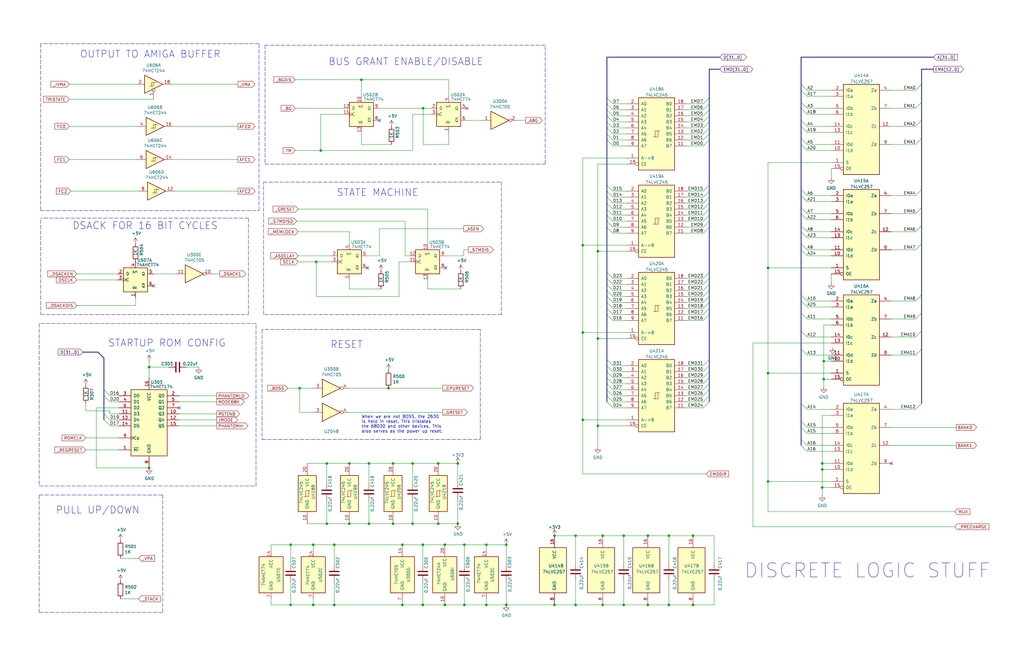
<source format=kicad_sch>
(kicad_sch (version 20211123) (generator eeschema)
  (paper "B")
  (title_block (title "Amiga N2630") (date "2022-03-25") (rev "1.0") (company "Drawn By: Jason Neus"))
  (junction (at 245.745 103.505))
  (junction (at 173.99 220.98))
  (junction (at 178.308 229.87))
  (junction (at 254.127 226.06))
  (junction (at 205.105 255.27))
  (junction (at 205.105 229.87))
  (junction (at 195.834 229.87))
  (junction (at 347.345 152.4))
  (junction (at 147.32 195.58))
  (junction (at 213.487 255.27))
  (junction (at 147.32 220.98))
  (junction (at 292.227 255.27))
  (junction (at 347.345 160.02))
  (junction (at 282.067 255.27))
  (junction (at 323.85 157.48))
  (junction (at 187.579 229.87))
  (junction (at 346.71 198.12))
  (junction (at 137.795 220.98))
  (junction (at 242.697 255.27))
  (junction (at 195.834 255.27))
  (junction (at 122.555 229.87))
  (junction (at 137.795 195.58))
  (junction (at 323.85 203.2))
  (junction (at 292.227 226.06))
  (junction (at 152.4 33.655))
  (junction (at 126.365 163.83))
  (junction (at 133.35 110.49))
  (junction (at 252.095 179.705))
  (junction (at 184.785 220.98))
  (junction (at 323.85 113.03))
  (junction (at 233.807 226.06))
  (junction (at 62.865 154.94))
  (junction (at 62.865 197.485))
  (junction (at 155.575 195.58))
  (junction (at 213.487 229.87))
  (junction (at 252.095 142.875))
  (junction (at 233.807 255.27))
  (junction (at 169.672 229.87))
  (junction (at 193.04 220.98))
  (junction (at 132.08 229.87))
  (junction (at 254.127 255.27))
  (junction (at 169.672 255.27))
  (junction (at 155.575 220.98))
  (junction (at 263.017 255.27))
  (junction (at 184.785 195.58))
  (junction (at 132.08 255.27))
  (junction (at 263.017 226.06))
  (junction (at 346.71 195.58))
  (junction (at 282.067 226.06))
  (junction (at 193.04 195.58))
  (junction (at 178.308 255.27))
  (junction (at 346.71 205.74))
  (junction (at 245.745 177.165))
  (junction (at 140.97 255.27))
  (junction (at 140.97 229.87))
  (junction (at 187.579 255.27))
  (junction (at 245.745 140.335))
  (junction (at 242.697 226.06))
  (junction (at 273.177 255.27))
  (junction (at 252.095 106.045))
  (junction (at 165.735 220.98))
  (junction (at 165.735 195.58))
  (junction (at 273.177 226.06))
  (junction (at 178.435 45.72))
  (junction (at 122.555 255.27))
  (junction (at 135.255 63.5))
  (junction (at 163.83 163.83))
  (junction (at 173.99 195.58))
  (no_connect (at 64.77 120.65))
  (no_connect (at 160.02 50.8))
  (no_connect (at 196.85 45.72))
  (no_connect (at 75.565 172.085))
  (no_connect (at 154.94 113.03))
  (no_connect (at 187.96 113.03))
  (no_connect (at 375.92 195.58))
  (bus_entry (at 258.445 130.175) (size -2.54 -2.54))
  (bus_entry (at 386.08 105.41) (size 2.54 -2.54))
  (bus_entry (at 258.445 154.305) (size -2.54 -2.54))
  (bus_entry (at 296.545 135.255) (size 2.54 -2.54))
  (bus_entry (at 296.545 156.845) (size 2.54 -2.54))
  (bus_entry (at 340.36 63.5) (size -2.54 -2.54))
  (bus_entry (at 386.08 53.34) (size 2.54 -2.54))
  (bus_entry (at 258.445 127.635) (size -2.54 -2.54))
  (bus_entry (at 296.545 154.305) (size 2.54 -2.54))
  (bus_entry (at 340.36 134.62) (size -2.54 -2.54))
  (bus_entry (at 386.08 38.1) (size 2.54 -2.54))
  (bus_entry (at 296.545 61.595) (size 2.54 -2.54))
  (bus_entry (at 258.445 132.715) (size -2.54 -2.54))
  (bus_entry (at 340.36 92.71) (size -2.54 -2.54))
  (bus_entry (at 258.445 43.815) (size -2.54 -2.54))
  (bus_entry (at 258.445 120.015) (size -2.54 -2.54))
  (bus_entry (at 296.545 85.725) (size 2.54 -2.54))
  (bus_entry (at 340.36 38.1) (size -2.54 -2.54))
  (bus_entry (at 296.545 93.345) (size 2.54 -2.54))
  (bus_entry (at 386.08 97.79) (size 2.54 -2.54))
  (bus_entry (at 296.545 53.975) (size 2.54 -2.54))
  (bus_entry (at 340.36 107.95) (size -2.54 -2.54))
  (bus_entry (at 46.355 177.165) (size -2.54 -2.54))
  (bus_entry (at 296.545 159.385) (size 2.54 -2.54))
  (bus_entry (at 258.445 93.345) (size -2.54 -2.54))
  (bus_entry (at 340.36 90.17) (size -2.54 -2.54))
  (bus_entry (at 386.08 127) (size 2.54 -2.54))
  (bus_entry (at 296.545 88.265) (size 2.54 -2.54))
  (bus_entry (at 340.36 100.33) (size -2.54 -2.54))
  (bus_entry (at 340.36 187.96) (size -2.54 -2.54))
  (bus_entry (at 340.36 48.26) (size -2.54 -2.54))
  (bus_entry (at 296.545 51.435) (size 2.54 -2.54))
  (bus_entry (at 340.36 53.34) (size -2.54 -2.54))
  (bus_entry (at 296.545 117.475) (size 2.54 -2.54))
  (bus_entry (at 258.445 61.595) (size -2.54 -2.54))
  (bus_entry (at 258.445 159.385) (size -2.54 -2.54))
  (bus_entry (at 340.36 85.09) (size -2.54 -2.54))
  (bus_entry (at 296.545 56.515) (size 2.54 -2.54))
  (bus_entry (at 340.36 149.86) (size -2.54 -2.54))
  (bus_entry (at 258.445 90.805) (size -2.54 -2.54))
  (bus_entry (at 296.545 122.555) (size 2.54 -2.54))
  (bus_entry (at 46.355 169.545) (size -2.54 -2.54))
  (bus_entry (at 386.08 82.55) (size 2.54 -2.54))
  (bus_entry (at 340.36 45.72) (size -2.54 -2.54))
  (bus_entry (at 340.36 97.79) (size -2.54 -2.54))
  (bus_entry (at 296.545 132.715) (size 2.54 -2.54))
  (bus_entry (at 296.545 43.815) (size 2.54 -2.54))
  (bus_entry (at 340.36 60.96) (size -2.54 -2.54))
  (bus_entry (at 258.445 80.645) (size -2.54 -2.54))
  (bus_entry (at 258.445 156.845) (size -2.54 -2.54))
  (bus_entry (at 340.36 190.5) (size -2.54 -2.54))
  (bus_entry (at 258.445 98.425) (size -2.54 -2.54))
  (bus_entry (at 296.545 59.055) (size 2.54 -2.54))
  (bus_entry (at 340.36 182.88) (size -2.54 -2.54))
  (bus_entry (at 258.445 85.725) (size -2.54 -2.54))
  (bus_entry (at 340.36 127) (size -2.54 -2.54))
  (bus_entry (at 296.545 95.885) (size 2.54 -2.54))
  (bus_entry (at 340.36 180.34) (size -2.54 -2.54))
  (bus_entry (at 296.545 161.925) (size 2.54 -2.54))
  (bus_entry (at 258.445 122.555) (size -2.54 -2.54))
  (bus_entry (at 296.545 127.635) (size 2.54 -2.54))
  (bus_entry (at 386.08 172.72) (size 2.54 -2.54))
  (bus_entry (at 258.445 51.435) (size -2.54 -2.54))
  (bus_entry (at 296.545 98.425) (size 2.54 -2.54))
  (bus_entry (at 258.445 135.255) (size -2.54 -2.54))
  (bus_entry (at 258.445 117.475) (size -2.54 -2.54))
  (bus_entry (at 258.445 53.975) (size -2.54 -2.54))
  (bus_entry (at 386.08 45.72) (size 2.54 -2.54))
  (bus_entry (at 386.08 60.96) (size 2.54 -2.54))
  (bus_entry (at 386.08 90.17) (size 2.54 -2.54))
  (bus_entry (at 386.08 134.62) (size 2.54 -2.54))
  (bus_entry (at 340.36 55.88) (size -2.54 -2.54))
  (bus_entry (at 258.445 125.095) (size -2.54 -2.54))
  (bus_entry (at 296.545 48.895) (size 2.54 -2.54))
  (bus_entry (at 258.445 59.055) (size -2.54 -2.54))
  (bus_entry (at 296.545 164.465) (size 2.54 -2.54))
  (bus_entry (at 296.545 172.085) (size 2.54 -2.54))
  (bus_entry (at 296.545 169.545) (size 2.54 -2.54))
  (bus_entry (at 296.545 167.005) (size 2.54 -2.54))
  (bus_entry (at 340.36 142.24) (size -2.54 -2.54))
  (bus_entry (at 296.545 80.645) (size 2.54 -2.54))
  (bus_entry (at 46.355 179.705) (size -2.54 -2.54))
  (bus_entry (at 340.36 129.54) (size -2.54 -2.54))
  (bus_entry (at 258.445 83.185) (size -2.54 -2.54))
  (bus_entry (at 340.36 82.55) (size -2.54 -2.54))
  (bus_entry (at 258.445 46.355) (size -2.54 -2.54))
  (bus_entry (at 258.445 172.085) (size -2.54 -2.54))
  (bus_entry (at 258.445 56.515) (size -2.54 -2.54))
  (bus_entry (at 258.445 169.545) (size -2.54 -2.54))
  (bus_entry (at 296.545 130.175) (size 2.54 -2.54))
  (bus_entry (at 386.08 149.86) (size 2.54 -2.54))
  (bus_entry (at 340.36 172.72) (size -2.54 -2.54))
  (bus_entry (at 340.36 40.64) (size -2.54 -2.54))
  (bus_entry (at 386.08 142.24) (size 2.54 -2.54))
  (bus_entry (at 340.36 105.41) (size -2.54 -2.54))
  (bus_entry (at 258.445 164.465) (size -2.54 -2.54))
  (bus_entry (at 296.545 46.355) (size 2.54 -2.54))
  (bus_entry (at 258.445 88.265) (size -2.54 -2.54))
  (bus_entry (at 296.545 125.095) (size 2.54 -2.54))
  (bus_entry (at 258.445 95.885) (size -2.54 -2.54))
  (bus_entry (at 258.445 48.895) (size -2.54 -2.54))
  (bus_entry (at 258.445 161.925) (size -2.54 -2.54))
  (bus_entry (at 258.445 167.005) (size -2.54 -2.54))
  (bus_entry (at 296.545 90.805) (size 2.54 -2.54))
  (bus_entry (at 296.545 83.185) (size 2.54 -2.54))
  (bus_entry (at 296.545 120.015) (size 2.54 -2.54))
  (bus_entry (at 46.355 167.005) (size -2.54 -2.54))
  (wire (pts (xy 289.56 117.475) (xy 296.545 117.475)))
  (wire (pts (xy 178.308 255.27) (xy 187.579 255.27)))
  (wire (pts (xy 263.017 245.11) (xy 263.017 255.27)))
  (wire (pts (xy 122.555 245.745) (xy 122.555 255.27)))
  (wire (pts (xy 147.32 220.98) (xy 155.575 220.98)))
  (polyline (pts (xy 229.87 19.05) (xy 111.76 19.05)))
  (bus (pts (xy 43.815 167.005) (xy 43.815 174.625)))
  (wire (pts (xy 195.834 229.87) (xy 205.105 229.87)))
  (wire (pts (xy 289.56 169.545) (xy 296.545 169.545)))
  (bus (pts (xy 337.82 35.56) (xy 337.82 38.1)))
  (wire (pts (xy 140.97 229.87) (xy 169.672 229.87)))
  (bus (pts (xy 255.905 114.935) (xy 255.905 95.885)))
  (wire (pts (xy 375.92 90.17) (xy 386.08 90.17)))
  (bus (pts (xy 255.905 164.465) (xy 255.905 161.925)))
  (wire (pts (xy 346.71 195.58) (xy 346.71 198.12)))
  (wire (pts (xy 258.445 154.305) (xy 264.16 154.305)))
  (wire (pts (xy 347.345 160.02) (xy 350.52 160.02)))
  (bus (pts (xy 337.82 24.13) (xy 337.82 35.56)))
  (wire (pts (xy 213.487 238.125) (xy 213.487 229.87)))
  (wire (pts (xy 340.36 182.88) (xy 350.52 182.88)))
  (bus (pts (xy 337.82 87.63) (xy 337.82 90.17)))
  (bus (pts (xy 299.085 117.475) (xy 299.085 114.935)))
  (polyline (pts (xy 229.87 69.215) (xy 229.87 19.05)))
  (wire (pts (xy 258.445 43.815) (xy 264.16 43.815)))
  (bus (pts (xy 337.82 50.8) (xy 337.82 53.34)))
  (polyline (pts (xy 211.455 132.715) (xy 111.125 132.715)))
  (bus (pts (xy 393.7 24.13) (xy 337.82 24.13)))
  (wire (pts (xy 258.445 61.595) (xy 264.16 61.595)))
  (wire (pts (xy 205.105 229.87) (xy 205.105 232.41)))
  (wire (pts (xy 289.56 156.845) (xy 296.545 156.845)))
  (bus (pts (xy 299.085 151.765) (xy 299.085 132.715)))
  (wire (pts (xy 282.067 245.11) (xy 282.067 255.27)))
  (wire (pts (xy 189.23 60.96) (xy 189.23 55.88)))
  (wire (pts (xy 340.36 105.41) (xy 350.52 105.41)))
  (bus (pts (xy 299.085 159.385) (xy 299.085 156.845)))
  (bus (pts (xy 388.62 43.18) (xy 388.62 35.56)))
  (wire (pts (xy 129.54 220.98) (xy 137.795 220.98)))
  (bus (pts (xy 299.085 95.885) (xy 299.085 93.345)))
  (wire (pts (xy 195.834 245.745) (xy 195.834 255.27)))
  (wire (pts (xy 73.66 80.645) (xy 100.33 80.645)))
  (bus (pts (xy 299.085 46.355) (xy 299.085 43.815)))
  (bus (pts (xy 255.905 88.265) (xy 255.905 85.725)))
  (polyline (pts (xy 68.58 208.915) (xy 16.51 208.915)))
  (wire (pts (xy 252.095 106.045) (xy 264.16 106.045)))
  (bus (pts (xy 299.085 122.555) (xy 299.085 120.015)))
  (bus (pts (xy 299.085 85.725) (xy 299.085 83.185)))
  (wire (pts (xy 137.795 220.98) (xy 147.32 220.98)))
  (wire (pts (xy 126.365 163.83) (xy 126.365 173.99)))
  (wire (pts (xy 178.308 229.87) (xy 187.579 229.87)))
  (wire (pts (xy 340.36 55.88) (xy 350.52 55.88)))
  (wire (pts (xy 187.579 255.27) (xy 195.834 255.27)))
  (wire (pts (xy 252.095 106.045) (xy 252.095 142.875)))
  (wire (pts (xy 114.3 255.27) (xy 114.3 252.73)))
  (bus (pts (xy 255.905 169.545) (xy 255.905 167.005)))
  (wire (pts (xy 75.565 177.165) (xy 91.44 177.165)))
  (wire (pts (xy 289.56 85.725) (xy 296.545 85.725)))
  (polyline (pts (xy 202.565 185.42) (xy 202.565 139.065)))
  (wire (pts (xy 258.445 93.345) (xy 264.16 93.345)))
  (bus (pts (xy 255.905 95.885) (xy 255.905 93.345)))
  (bus (pts (xy 299.085 167.005) (xy 299.085 164.465)))
  (wire (pts (xy 375.92 60.96) (xy 386.08 60.96)))
  (wire (pts (xy 242.697 245.11) (xy 242.697 255.27)))
  (wire (pts (xy 340.36 63.5) (xy 350.52 63.5)))
  (wire (pts (xy 58.42 235.585) (xy 50.8 235.585)))
  (wire (pts (xy 340.36 190.5) (xy 350.52 190.5)))
  (wire (pts (xy 140.97 229.87) (xy 140.97 238.125)))
  (wire (pts (xy 242.697 255.27) (xy 254.127 255.27)))
  (wire (pts (xy 258.445 48.895) (xy 264.16 48.895)))
  (wire (pts (xy 340.36 90.17) (xy 350.52 90.17)))
  (wire (pts (xy 282.067 226.06) (xy 282.067 237.49)))
  (wire (pts (xy 147.32 102.87) (xy 147.32 97.79)))
  (wire (pts (xy 218.44 50.8) (xy 221.615 50.8)))
  (wire (pts (xy 258.445 59.055) (xy 264.16 59.055)))
  (wire (pts (xy 137.795 195.58) (xy 129.54 195.58)))
  (bus (pts (xy 255.905 156.845) (xy 255.905 154.305)))
  (bus (pts (xy 299.085 41.275) (xy 299.085 29.21)))
  (wire (pts (xy 193.04 195.58) (xy 184.785 195.58)))
  (wire (pts (xy 147.32 118.11) (xy 147.32 121.92)))
  (wire (pts (xy 289.56 56.515) (xy 296.545 56.515)))
  (wire (pts (xy 193.04 220.98) (xy 193.04 210.82)))
  (wire (pts (xy 152.4 55.88) (xy 152.4 60.96)))
  (wire (pts (xy 252.095 69.215) (xy 252.095 106.045)))
  (bus (pts (xy 255.905 93.345) (xy 255.905 90.805)))
  (wire (pts (xy 289.56 172.085) (xy 296.545 172.085)))
  (wire (pts (xy 323.85 203.2) (xy 350.52 203.2)))
  (wire (pts (xy 347.345 137.16) (xy 347.345 152.4)))
  (wire (pts (xy 258.445 169.545) (xy 264.16 169.545)))
  (wire (pts (xy 170.815 93.345) (xy 170.815 107.95)))
  (wire (pts (xy 122.555 255.27) (xy 114.3 255.27)))
  (wire (pts (xy 178.435 60.96) (xy 189.23 60.96)))
  (wire (pts (xy 289.56 125.095) (xy 296.545 125.095)))
  (wire (pts (xy 187.96 107.95) (xy 195.58 107.95)))
  (wire (pts (xy 46.355 173.355) (xy 36.195 173.355)))
  (wire (pts (xy 350.52 205.74) (xy 346.71 205.74)))
  (wire (pts (xy 323.85 68.58) (xy 323.85 113.03)))
  (wire (pts (xy 323.85 157.48) (xy 323.85 203.2)))
  (wire (pts (xy 64.77 41.91) (xy 29.21 41.91)))
  (bus (pts (xy 388.62 132.08) (xy 388.62 124.46)))
  (wire (pts (xy 340.36 100.33) (xy 350.52 100.33)))
  (wire (pts (xy 195.58 96.52) (xy 160.02 96.52)))
  (wire (pts (xy 154.94 107.95) (xy 160.02 107.95)))
  (wire (pts (xy 292.227 226.06) (xy 282.067 226.06)))
  (wire (pts (xy 147.32 173.99) (xy 186.69 173.99)))
  (wire (pts (xy 340.36 60.96) (xy 350.52 60.96)))
  (wire (pts (xy 135.255 48.26) (xy 135.255 63.5)))
  (wire (pts (xy 245.745 103.505) (xy 245.745 140.335)))
  (wire (pts (xy 340.36 45.72) (xy 350.52 45.72)))
  (wire (pts (xy 139.7 110.49) (xy 133.35 110.49)))
  (wire (pts (xy 173.99 195.58) (xy 173.99 203.835)))
  (bus (pts (xy 299.085 169.545) (xy 299.085 167.005)))
  (wire (pts (xy 62.865 152.4) (xy 62.865 154.94)))
  (wire (pts (xy 292.227 255.27) (xy 301.117 255.27)))
  (bus (pts (xy 388.62 139.7) (xy 388.62 132.08)))
  (wire (pts (xy 173.99 211.455) (xy 173.99 220.98)))
  (wire (pts (xy 132.08 252.73) (xy 132.08 255.27)))
  (wire (pts (xy 155.575 195.58) (xy 155.575 203.835)))
  (wire (pts (xy 169.672 229.87) (xy 178.308 229.87)))
  (bus (pts (xy 388.62 35.56) (xy 388.62 29.21)))
  (bus (pts (xy 255.905 130.175) (xy 255.905 127.635)))
  (wire (pts (xy 375.92 97.79) (xy 386.08 97.79)))
  (bus (pts (xy 255.905 132.715) (xy 255.905 130.175)))
  (wire (pts (xy 340.36 149.86) (xy 350.52 149.86)))
  (bus (pts (xy 337.82 170.18) (xy 337.82 177.8)))
  (bus (pts (xy 337.82 90.17) (xy 337.82 95.25)))
  (bus (pts (xy 255.905 85.725) (xy 255.905 83.185)))
  (wire (pts (xy 340.36 48.26) (xy 350.52 48.26)))
  (polyline (pts (xy 109.22 88.9) (xy 109.22 18.415)))
  (bus (pts (xy 337.82 105.41) (xy 337.82 124.46)))
  (bus (pts (xy 337.82 147.32) (xy 337.82 170.18)))
  (wire (pts (xy 375.92 172.72) (xy 386.08 172.72)))
  (wire (pts (xy 346.71 198.12) (xy 346.71 205.74)))
  (bus (pts (xy 255.905 120.015) (xy 255.905 117.475)))
  (wire (pts (xy 258.445 125.095) (xy 264.16 125.095)))
  (bus (pts (xy 337.82 45.72) (xy 337.82 50.8)))
  (wire (pts (xy 340.36 127) (xy 350.52 127)))
  (wire (pts (xy 135.255 63.5) (xy 124.46 63.5)))
  (wire (pts (xy 57.15 128.905) (xy 32.385 128.905)))
  (bus (pts (xy 43.815 151.13) (xy 43.815 164.465)))
  (wire (pts (xy 152.4 40.64) (xy 152.4 33.655)))
  (wire (pts (xy 340.36 38.1) (xy 350.52 38.1)))
  (wire (pts (xy 147.32 97.79) (xy 125.73 97.79)))
  (wire (pts (xy 289.56 98.425) (xy 296.545 98.425)))
  (bus (pts (xy 299.085 114.935) (xy 299.085 95.885)))
  (wire (pts (xy 173.99 195.58) (xy 165.735 195.58)))
  (wire (pts (xy 289.56 159.385) (xy 296.545 159.385)))
  (wire (pts (xy 173.99 220.98) (xy 184.785 220.98)))
  (wire (pts (xy 289.56 161.925) (xy 296.545 161.925)))
  (wire (pts (xy 252.095 142.875) (xy 264.16 142.875)))
  (wire (pts (xy 258.445 53.975) (xy 264.16 53.975)))
  (wire (pts (xy 242.697 226.06) (xy 242.697 237.49)))
  (bus (pts (xy 337.82 132.08) (xy 337.82 139.7)))
  (wire (pts (xy 132.08 255.27) (xy 140.97 255.27)))
  (wire (pts (xy 245.745 66.675) (xy 245.745 103.505)))
  (wire (pts (xy 178.308 245.745) (xy 178.308 255.27)))
  (wire (pts (xy 375.92 53.34) (xy 386.08 53.34)))
  (wire (pts (xy 245.745 140.335) (xy 264.16 140.335)))
  (wire (pts (xy 50.165 167.005) (xy 46.355 167.005)))
  (bus (pts (xy 337.82 124.46) (xy 337.82 127)))
  (wire (pts (xy 263.017 226.06) (xy 254.127 226.06)))
  (wire (pts (xy 50.165 174.625) (xy 46.355 174.625)))
  (bus (pts (xy 299.085 78.105) (xy 299.085 59.055)))
  (bus (pts (xy 388.62 95.25) (xy 388.62 87.63)))
  (bus (pts (xy 337.82 180.34) (xy 337.82 185.42)))
  (wire (pts (xy 289.56 164.465) (xy 296.545 164.465)))
  (wire (pts (xy 64.77 115.57) (xy 74.295 115.57)))
  (wire (pts (xy 72.39 35.56) (xy 100.33 35.56)))
  (wire (pts (xy 289.56 127.635) (xy 296.545 127.635)))
  (wire (pts (xy 178.435 45.72) (xy 178.435 60.96)))
  (wire (pts (xy 180.34 118.11) (xy 180.34 121.92)))
  (wire (pts (xy 165.735 195.58) (xy 155.575 195.58)))
  (wire (pts (xy 375.92 38.1) (xy 386.08 38.1)))
  (wire (pts (xy 350.52 144.78) (xy 317.5 144.78)))
  (wire (pts (xy 289.56 130.175) (xy 296.545 130.175)))
  (wire (pts (xy 323.85 113.03) (xy 350.52 113.03)))
  (bus (pts (xy 255.905 43.815) (xy 255.905 41.275)))
  (wire (pts (xy 169.672 255.27) (xy 178.308 255.27)))
  (bus (pts (xy 388.62 87.63) (xy 388.62 80.01)))
  (wire (pts (xy 180.34 121.92) (xy 194.31 121.92)))
  (wire (pts (xy 323.85 203.2) (xy 323.85 215.9)))
  (wire (pts (xy 196.85 50.8) (xy 203.2 50.8)))
  (wire (pts (xy 114.3 229.87) (xy 114.3 232.41)))
  (wire (pts (xy 172.72 107.95) (xy 170.815 107.95)))
  (bus (pts (xy 299.085 90.805) (xy 299.085 88.265)))
  (polyline (pts (xy 202.565 139.065) (xy 110.49 139.065)))
  (wire (pts (xy 75.565 167.005) (xy 91.44 167.005)))
  (wire (pts (xy 62.865 154.94) (xy 71.12 154.94)))
  (wire (pts (xy 258.445 164.465) (xy 264.16 164.465)))
  (polyline (pts (xy 110.49 139.065) (xy 110.49 185.42)))
  (wire (pts (xy 75.565 179.705) (xy 91.44 179.705)))
  (bus (pts (xy 255.905 90.805) (xy 255.905 88.265)))
  (wire (pts (xy 50.165 172.085) (xy 40.64 172.085)))
  (wire (pts (xy 58.42 80.645) (xy 29.845 80.645)))
  (polyline (pts (xy 17.145 132.715) (xy 104.775 132.715)))
  (wire (pts (xy 195.834 238.125) (xy 195.834 229.87)))
  (bus (pts (xy 41.275 148.59) (xy 43.815 151.13)))
  (polyline (pts (xy 111.76 69.215) (xy 229.87 69.215)))
  (wire (pts (xy 57.15 125.73) (xy 57.15 128.905)))
  (wire (pts (xy 289.56 135.255) (xy 296.545 135.255)))
  (bus (pts (xy 299.085 132.715) (xy 299.085 130.175)))
  (wire (pts (xy 50.165 179.705) (xy 46.355 179.705)))
  (wire (pts (xy 350.52 71.12) (xy 350.52 74.93)))
  (wire (pts (xy 233.807 255.27) (xy 242.697 255.27)))
  (wire (pts (xy 263.017 255.27) (xy 273.177 255.27)))
  (bus (pts (xy 299.085 43.815) (xy 299.085 41.275)))
  (wire (pts (xy 133.35 110.49) (xy 125.73 110.49)))
  (polyline (pts (xy 211.455 76.835) (xy 211.455 132.715)))
  (polyline (pts (xy 16.51 136.525) (xy 16.51 205.105)))
  (polyline (pts (xy 110.49 185.42) (xy 202.565 185.42)))
  (wire (pts (xy 264.16 69.215) (xy 252.095 69.215)))
  (wire (pts (xy 254.127 255.27) (xy 263.017 255.27)))
  (wire (pts (xy 173.99 48.26) (xy 173.99 63.5)))
  (polyline (pts (xy 107.95 205.105) (xy 107.95 136.525)))
  (wire (pts (xy 140.97 245.745) (xy 140.97 255.27)))
  (wire (pts (xy 289.56 120.015) (xy 296.545 120.015)))
  (wire (pts (xy 75.565 169.545) (xy 91.44 169.545)))
  (wire (pts (xy 258.445 90.805) (xy 264.16 90.805)))
  (wire (pts (xy 189.23 40.64) (xy 189.23 33.655)))
  (wire (pts (xy 152.4 33.655) (xy 124.46 33.655)))
  (bus (pts (xy 388.62 58.42) (xy 388.62 50.8)))
  (wire (pts (xy 258.445 88.265) (xy 264.16 88.265)))
  (wire (pts (xy 289.56 61.595) (xy 296.545 61.595)))
  (wire (pts (xy 213.487 255.27) (xy 213.487 245.745)))
  (wire (pts (xy 340.36 53.34) (xy 350.52 53.34)))
  (wire (pts (xy 62.865 154.94) (xy 62.865 159.385)))
  (bus (pts (xy 337.82 38.1) (xy 337.82 43.18)))
  (bus (pts (xy 255.905 154.305) (xy 255.905 151.765)))
  (polyline (pts (xy 17.145 88.9) (xy 109.22 88.9)))
  (wire (pts (xy 323.85 113.03) (xy 323.85 157.48)))
  (wire (pts (xy 258.445 117.475) (xy 264.16 117.475)))
  (wire (pts (xy 168.275 125.095) (xy 133.35 125.095)))
  (wire (pts (xy 346.71 198.12) (xy 350.52 198.12)))
  (wire (pts (xy 181.61 48.26) (xy 173.99 48.26)))
  (wire (pts (xy 375.92 149.86) (xy 386.08 149.86)))
  (wire (pts (xy 258.445 98.425) (xy 264.16 98.425)))
  (wire (pts (xy 213.487 255.27) (xy 233.807 255.27)))
  (wire (pts (xy 213.487 229.87) (xy 205.105 229.87)))
  (wire (pts (xy 340.36 40.64) (xy 350.52 40.64)))
  (wire (pts (xy 49.53 115.57) (xy 32.385 115.57)))
  (bus (pts (xy 255.905 122.555) (xy 255.905 120.015)))
  (polyline (pts (xy 104.775 132.715) (xy 104.775 92.075)))
  (wire (pts (xy 347.345 160.02) (xy 347.345 163.195)))
  (wire (pts (xy 132.08 229.87) (xy 132.08 232.41)))
  (wire (pts (xy 139.7 107.95) (xy 125.73 107.95)))
  (wire (pts (xy 347.345 152.4) (xy 347.345 160.02)))
  (bus (pts (xy 337.82 127) (xy 337.82 132.08)))
  (bus (pts (xy 299.085 59.055) (xy 299.085 56.515)))
  (wire (pts (xy 245.745 177.165) (xy 264.16 177.165)))
  (polyline (pts (xy 111.125 76.835) (xy 211.455 76.835)))
  (wire (pts (xy 173.99 63.5) (xy 135.255 63.5)))
  (polyline (pts (xy 16.51 258.445) (xy 68.58 258.445)))
  (wire (pts (xy 264.16 66.675) (xy 245.745 66.675)))
  (wire (pts (xy 263.017 226.06) (xy 263.017 237.49)))
  (wire (pts (xy 137.795 211.455) (xy 137.795 220.98)))
  (wire (pts (xy 75.565 174.625) (xy 91.44 174.625)))
  (wire (pts (xy 178.435 45.72) (xy 181.61 45.72)))
  (wire (pts (xy 258.445 127.635) (xy 264.16 127.635)))
  (bus (pts (xy 337.82 102.87) (xy 337.82 105.41)))
  (bus (pts (xy 299.085 120.015) (xy 299.085 117.475)))
  (bus (pts (xy 299.085 154.305) (xy 299.085 151.765)))
  (wire (pts (xy 165.735 220.98) (xy 173.99 220.98)))
  (wire (pts (xy 184.785 220.98) (xy 193.04 220.98)))
  (wire (pts (xy 163.83 163.83) (xy 186.69 163.83)))
  (wire (pts (xy 57.785 53.34) (xy 29.21 53.34)))
  (wire (pts (xy 375.92 105.41) (xy 386.08 105.41)))
  (wire (pts (xy 340.36 92.71) (xy 350.52 92.71)))
  (wire (pts (xy 50.165 184.785) (xy 36.195 184.785)))
  (bus (pts (xy 299.085 51.435) (xy 299.085 48.895)))
  (bus (pts (xy 299.085 53.975) (xy 299.085 51.435)))
  (wire (pts (xy 57.15 35.56) (xy 29.21 35.56)))
  (bus (pts (xy 299.085 130.175) (xy 299.085 127.635)))
  (polyline (pts (xy 104.775 92.075) (xy 17.145 92.075)))
  (wire (pts (xy 160.02 96.52) (xy 160.02 107.95)))
  (wire (pts (xy 289.56 90.805) (xy 296.545 90.805)))
  (wire (pts (xy 317.5 222.25) (xy 402.59 222.25)))
  (bus (pts (xy 388.62 50.8) (xy 388.62 43.18)))
  (wire (pts (xy 258.445 130.175) (xy 264.16 130.175)))
  (bus (pts (xy 337.82 82.55) (xy 337.82 87.63)))
  (bus (pts (xy 337.82 58.42) (xy 337.82 60.96)))
  (wire (pts (xy 258.445 85.725) (xy 264.16 85.725)))
  (polyline (pts (xy 16.51 205.105) (xy 107.95 205.105)))
  (bus (pts (xy 255.905 117.475) (xy 255.905 114.935)))
  (wire (pts (xy 57.785 67.31) (xy 29.21 67.31)))
  (bus (pts (xy 337.82 53.34) (xy 337.82 58.42)))
  (wire (pts (xy 132.08 229.87) (xy 122.555 229.87)))
  (bus (pts (xy 255.905 78.105) (xy 255.905 59.055)))
  (bus (pts (xy 299.085 127.635) (xy 299.085 125.095)))
  (wire (pts (xy 184.785 195.58) (xy 173.99 195.58)))
  (wire (pts (xy 258.445 46.355) (xy 264.16 46.355)))
  (wire (pts (xy 73.025 67.31) (xy 100.33 67.31)))
  (wire (pts (xy 36.195 173.355) (xy 36.195 170.18)))
  (wire (pts (xy 282.067 226.06) (xy 273.177 226.06)))
  (wire (pts (xy 340.36 82.55) (xy 350.52 82.55)))
  (wire (pts (xy 172.72 110.49) (xy 168.275 110.49)))
  (wire (pts (xy 350.52 195.58) (xy 346.71 195.58)))
  (wire (pts (xy 258.445 132.715) (xy 264.16 132.715)))
  (wire (pts (xy 273.177 255.27) (xy 282.067 255.27)))
  (wire (pts (xy 195.834 255.27) (xy 205.105 255.27)))
  (wire (pts (xy 317.5 144.78) (xy 317.5 222.25)))
  (bus (pts (xy 337.82 177.8) (xy 337.82 180.34)))
  (wire (pts (xy 258.445 159.385) (xy 264.16 159.385)))
  (wire (pts (xy 258.445 167.005) (xy 264.16 167.005)))
  (wire (pts (xy 89.535 115.57) (xy 92.71 115.57)))
  (bus (pts (xy 337.82 95.25) (xy 337.82 97.79)))
  (wire (pts (xy 147.32 163.83) (xy 163.83 163.83)))
  (bus (pts (xy 299.085 80.645) (xy 299.085 78.105)))
  (wire (pts (xy 301.117 255.27) (xy 301.117 245.11)))
  (bus (pts (xy 337.82 185.42) (xy 337.82 187.96)))
  (wire (pts (xy 258.445 161.925) (xy 264.16 161.925)))
  (wire (pts (xy 254.127 226.06) (xy 242.697 226.06)))
  (bus (pts (xy 34.925 148.59) (xy 41.275 148.59)))
  (wire (pts (xy 49.53 118.11) (xy 32.385 118.11)))
  (wire (pts (xy 289.56 88.265) (xy 296.545 88.265)))
  (bus (pts (xy 255.905 56.515) (xy 255.905 53.975)))
  (wire (pts (xy 152.4 60.96) (xy 165.1 60.96)))
  (bus (pts (xy 337.82 43.18) (xy 337.82 45.72)))
  (wire (pts (xy 140.97 229.87) (xy 132.08 229.87)))
  (wire (pts (xy 289.56 53.975) (xy 296.545 53.975)))
  (bus (pts (xy 299.085 48.895) (xy 299.085 46.355)))
  (wire (pts (xy 205.105 255.27) (xy 213.487 255.27)))
  (wire (pts (xy 144.78 45.72) (xy 124.46 45.72)))
  (bus (pts (xy 337.82 139.7) (xy 337.82 147.32)))
  (wire (pts (xy 133.35 125.095) (xy 133.35 110.49)))
  (wire (pts (xy 122.555 229.87) (xy 122.555 238.125)))
  (wire (pts (xy 340.36 107.95) (xy 350.52 107.95)))
  (bus (pts (xy 337.82 60.96) (xy 337.82 80.01)))
  (wire (pts (xy 350.52 137.16) (xy 347.345 137.16)))
  (bus (pts (xy 255.905 151.765) (xy 255.905 132.715)))
  (wire (pts (xy 168.275 110.49) (xy 168.275 125.095)))
  (polyline (pts (xy 17.145 92.71) (xy 17.145 132.715)))
  (wire (pts (xy 50.165 169.545) (xy 46.355 169.545)))
  (bus (pts (xy 299.085 156.845) (xy 299.085 154.305)))
  (wire (pts (xy 340.36 97.79) (xy 350.52 97.79)))
  (wire (pts (xy 126.365 163.83) (xy 121.285 163.83)))
  (polyline (pts (xy 107.95 136.525) (xy 16.51 136.525)))
  (wire (pts (xy 375.92 45.72) (xy 386.08 45.72)))
  (wire (pts (xy 193.04 203.2) (xy 193.04 195.58)))
  (wire (pts (xy 340.36 134.62) (xy 350.52 134.62)))
  (wire (pts (xy 147.32 195.58) (xy 137.795 195.58)))
  (wire (pts (xy 258.445 51.435) (xy 264.16 51.435)))
  (wire (pts (xy 180.34 102.87) (xy 180.34 88.265)))
  (wire (pts (xy 301.117 237.49) (xy 301.117 226.06)))
  (wire (pts (xy 258.445 120.015) (xy 264.16 120.015)))
  (wire (pts (xy 258.445 172.085) (xy 264.16 172.085)))
  (bus (pts (xy 299.085 93.345) (xy 299.085 90.805)))
  (wire (pts (xy 258.445 83.185) (xy 264.16 83.185)))
  (wire (pts (xy 350.52 175.26) (xy 346.71 175.26)))
  (polyline (pts (xy 109.22 18.415) (xy 17.145 18.415)))
  (bus (pts (xy 255.905 41.275) (xy 255.905 24.13)))
  (wire (pts (xy 58.42 252.73) (xy 50.8 252.73)))
  (wire (pts (xy 195.58 105.41) (xy 195.58 107.95)))
  (wire (pts (xy 132.08 255.27) (xy 122.555 255.27)))
  (wire (pts (xy 340.36 180.34) (xy 350.52 180.34)))
  (wire (pts (xy 178.308 238.125) (xy 178.308 229.87)))
  (wire (pts (xy 258.445 80.645) (xy 264.16 80.645)))
  (bus (pts (xy 299.085 125.095) (xy 299.085 122.555)))
  (wire (pts (xy 73.025 53.34) (xy 100.33 53.34)))
  (wire (pts (xy 323.85 157.48) (xy 350.52 157.48)))
  (wire (pts (xy 289.56 59.055) (xy 296.545 59.055)))
  (wire (pts (xy 375.92 187.96) (xy 403.225 187.96)))
  (wire (pts (xy 375.92 180.34) (xy 403.225 180.34)))
  (bus (pts (xy 255.905 80.645) (xy 255.905 78.105)))
  (wire (pts (xy 50.165 177.165) (xy 46.355 177.165)))
  (wire (pts (xy 375.92 134.62) (xy 386.08 134.62)))
  (wire (pts (xy 340.36 172.72) (xy 350.52 172.72)))
  (wire (pts (xy 289.56 167.005) (xy 296.545 167.005)))
  (wire (pts (xy 289.56 46.355) (xy 296.545 46.355)))
  (wire (pts (xy 155.575 211.455) (xy 155.575 220.98)))
  (wire (pts (xy 50.165 189.865) (xy 36.195 189.865)))
  (wire (pts (xy 125.095 93.345) (xy 170.815 93.345)))
  (wire (pts (xy 289.56 93.345) (xy 296.545 93.345)))
  (wire (pts (xy 375.92 82.55) (xy 386.08 82.55)))
  (wire (pts (xy 258.445 56.515) (xy 264.16 56.515)))
  (wire (pts (xy 346.71 205.74) (xy 346.71 208.915)))
  (wire (pts (xy 180.34 88.265) (xy 125.73 88.265)))
  (wire (pts (xy 245.745 200.025) (xy 297.815 200.025)))
  (wire (pts (xy 144.78 48.26) (xy 135.255 48.26)))
  (wire (pts (xy 289.56 48.895) (xy 296.545 48.895)))
  (wire (pts (xy 340.36 85.09) (xy 350.52 85.09)))
  (bus (pts (xy 299.085 161.925) (xy 299.085 159.385)))
  (polyline (pts (xy 111.125 132.715) (xy 111.125 76.835)))
  (bus (pts (xy 299.085 164.465) (xy 299.085 161.925)))
  (wire (pts (xy 273.177 226.06) (xy 263.017 226.06)))
  (bus (pts (xy 299.085 88.265) (xy 299.085 85.725)))
  (polyline (pts (xy 68.58 258.445) (xy 68.58 208.915)))
  (wire (pts (xy 289.56 51.435) (xy 296.545 51.435)))
  (wire (pts (xy 40.64 172.085) (xy 40.64 197.485)))
  (bus (pts (xy 255.905 167.005) (xy 255.905 164.465)))
  (wire (pts (xy 282.067 255.27) (xy 292.227 255.27)))
  (bus (pts (xy 255.905 48.895) (xy 255.905 46.355)))
  (wire (pts (xy 46.355 174.625) (xy 46.355 173.355)))
  (bus (pts (xy 299.085 29.21) (xy 303.53 29.21)))
  (wire (pts (xy 205.105 252.73) (xy 205.105 255.27)))
  (bus (pts (xy 388.62 147.32) (xy 388.62 139.7)))
  (wire (pts (xy 301.117 226.06) (xy 292.227 226.06)))
  (polyline (pts (xy 111.76 19.05) (xy 111.76 69.215)))
  (wire (pts (xy 245.745 177.165) (xy 245.745 200.025)))
  (wire (pts (xy 132.08 173.99) (xy 126.365 173.99)))
  (wire (pts (xy 155.575 195.58) (xy 147.32 195.58)))
  (bus (pts (xy 388.62 80.01) (xy 388.62 58.42)))
  (wire (pts (xy 375.92 127) (xy 386.08 127)))
  (wire (pts (xy 252.095 142.875) (xy 252.095 179.705)))
  (bus (pts (xy 43.815 174.625) (xy 43.815 177.165)))
  (wire (pts (xy 189.23 33.655) (xy 152.4 33.655)))
  (wire (pts (xy 323.85 215.9) (xy 402.59 215.9)))
  (wire (pts (xy 258.445 156.845) (xy 264.16 156.845)))
  (wire (pts (xy 347.345 152.4) (xy 350.52 152.4)))
  (bus (pts (xy 43.815 164.465) (xy 43.815 167.005)))
  (bus (pts (xy 337.82 97.79) (xy 337.82 102.87)))
  (bus (pts (xy 388.62 124.46) (xy 388.62 102.87)))
  (wire (pts (xy 132.08 163.83) (xy 126.365 163.83)))
  (bus (pts (xy 337.82 80.01) (xy 337.82 82.55)))
  (wire (pts (xy 258.445 122.555) (xy 264.16 122.555)))
  (wire (pts (xy 258.445 95.885) (xy 264.16 95.885)))
  (bus (pts (xy 388.62 29.21) (xy 393.7 29.21)))
  (wire (pts (xy 62.865 197.485) (xy 40.64 197.485)))
  (wire (pts (xy 147.32 121.92) (xy 160.655 121.92)))
  (bus (pts (xy 255.905 159.385) (xy 255.905 156.845)))
  (wire (pts (xy 78.74 154.94) (xy 83.82 154.94)))
  (wire (pts (xy 137.795 195.58) (xy 137.795 203.835)))
  (bus (pts (xy 299.085 56.515) (xy 299.085 53.975)))
  (bus (pts (xy 255.905 125.095) (xy 255.905 122.555)))
  (wire (pts (xy 197.485 105.41) (xy 195.58 105.41)))
  (wire (pts (xy 289.56 43.815) (xy 296.545 43.815)))
  (wire (pts (xy 245.745 103.505) (xy 264.16 103.505)))
  (wire (pts (xy 252.095 179.705) (xy 264.16 179.705)))
  (bus (pts (xy 255.905 24.13) (xy 303.53 24.13)))
  (bus (pts (xy 255.905 127.635) (xy 255.905 125.095)))
  (wire (pts (xy 122.555 229.87) (xy 114.3 229.87)))
  (wire (pts (xy 375.92 142.24) (xy 386.08 142.24)))
  (bus (pts (xy 255.905 53.975) (xy 255.905 51.435)))
  (polyline (pts (xy 17.145 18.415) (xy 17.145 88.9)))
  (wire (pts (xy 289.56 132.715) (xy 296.545 132.715)))
  (wire (pts (xy 340.36 187.96) (xy 350.52 187.96)))
  (bus (pts (xy 255.905 59.055) (xy 255.905 56.515)))
  (bus (pts (xy 255.905 51.435) (xy 255.905 48.895)))
  (wire (pts (xy 340.36 129.54) (xy 350.52 129.54)))
  (wire (pts (xy 289.56 83.185) (xy 296.545 83.185)))
  (bus (pts (xy 388.62 102.87) (xy 388.62 95.25)))
  (wire (pts (xy 346.71 175.26) (xy 346.71 195.58)))
  (bus (pts (xy 299.085 83.185) (xy 299.085 80.645)))
  (bus (pts (xy 388.62 170.18) (xy 388.62 147.32)))
  (wire (pts (xy 289.56 122.555) (xy 296.545 122.555)))
  (bus (pts (xy 255.905 46.355) (xy 255.905 43.815)))
  (wire (pts (xy 155.575 220.98) (xy 165.735 220.98)))
  (wire (pts (xy 187.579 229.87) (xy 195.834 229.87)))
  (wire (pts (xy 140.97 255.27) (xy 169.672 255.27)))
  (wire (pts (xy 340.36 142.24) (xy 350.52 142.24)))
  (wire (pts (xy 252.095 179.705) (xy 252.095 188.595)))
  (wire (pts (xy 258.445 135.255) (xy 264.16 135.255)))
  (wire (pts (xy 289.56 95.885) (xy 296.545 95.885)))
  (wire (pts (xy 350.52 115.57) (xy 350.52 119.38)))
  (wire (pts (xy 289.56 80.645) (xy 296.545 80.645)))
  (wire (pts (xy 160.02 45.72) (xy 178.435 45.72)))
  (wire (pts (xy 245.745 140.335) (xy 245.745 177.165)))
  (wire (pts (xy 289.56 154.305) (xy 296.545 154.305)))
  (wire (pts (xy 242.697 226.06) (xy 233.807 226.06)))
  (wire (pts (xy 350.52 68.58) (xy 323.85 68.58)))
  (polyline (pts (xy 16.51 208.915) (xy 16.51 258.445)))
  (bus (pts (xy 255.905 161.925) (xy 255.905 159.385)))
  (bus (pts (xy 255.905 83.185) (xy 255.905 80.645)))
  (text "STARTUP ROM CONFIG" (at 95.25 146.685 180) (effects (font (size 2.9972 2.9972)) (justify right bottom)))
  (text "PULL UP/DOWN" (at 23.495 217.17 0) (effects (font (size 2.9972 2.9972)) (justify left bottom)))
  (text "RESET" (at 153.035 147.32 180) (effects (font (size 2.9972 2.9972)) (justify right bottom)))
  (text "DSACK FOR 16 BIT CYCLES" (at 30.48 97.155 0) (effects (font (size 2.9972 2.9972)) (justify left bottom)))
  (text "DISCRETE LOGIC STUFF" (at 313.69 244.475 0) (effects (font (size 5.9944 5.9944)) (justify left bottom)))
  (text "When we are not BOSS, the 2630\nis held in reset. This tristates \nthe 68030 and other devices. This\nalso serves as the power up reset." (at 152.4 182.88 0) (effects (font (size 1.27 1.27)) (justify left bottom)))
  (text "OUTPUT TO AMIGA BUFFER" (at 33.655 24.765 0) (effects (font (size 2.9972 2.9972)) (justify left bottom)))
  (text "BUS GRANT ENABLE/DISABLE" (at 138.43 27.94 0) (effects (font (size 2.9972 2.9972)) (justify left bottom)))
  (text "STATE MACHINE" (at 176.53 83.185 180) (effects (font (size 2.9972 2.9972)) (justify right bottom)))
  (label "A25" (at 340.36 129.54 0))
  (label "D18" (at 258.445 130.175 0))
  (label "EMD17" (at 296.545 132.715 180))
  (label "EMA11" (at 386.08 149.86 180))
  (label "EMD16" (at 296.545 135.255 180))
  (label "A12" (at 340.36 142.24 0))
  (label "A14" (at 340.36 172.72 0))
  (label "D25" (at 258.445 169.545 0))
  (label "EMD18" (at 296.545 130.175 180))
  (label "A21" (at 340.36 85.09 0))
  (label "EMA10" (at 386.08 142.24 180))
  (label "D17" (at 46.355 179.705 0) (effects (font (size 1.2954 1.2954))))
  (label "D13" (at 258.445 85.725 0))
  (label "EMD11" (at 296.545 90.805 180))
  (label "EMA3" (at 386.08 60.96 180))
  (label "D10" (at 258.445 93.345 0))
  (label "A18" (at 340.36 48.26 0))
  (label "D8" (at 258.445 98.425 0))
  (label "D0" (at 258.445 61.595 0))
  (label "A20" (at 340.36 63.5 0))
  (label "EMD13" (at 296.545 85.725 180))
  (label "A2" (at 340.36 38.1 0))
  (label "EMD20" (at 296.545 125.095 180))
  (label "EMD15" (at 296.545 80.645 180))
  (label "D22" (at 258.445 120.015 0))
  (label "EMD30" (at 296.545 156.845 180))
  (label "EMD12" (at 296.545 88.265 180))
  (label "EMA1" (at 386.08 45.72 180))
  (label "EMD8" (at 296.545 98.425 180))
  (label "D7" (at 258.445 43.815 0))
  (label "D29" (at 258.445 159.385 0))
  (label "EMD7" (at 296.545 43.815 180))
  (label "EMA2" (at 386.08 53.34 180))
  (label "A13" (at 340.36 149.86 0))
  (label "A9" (at 340.36 105.41 0))
  (label "D19" (at 258.445 127.635 0))
  (label "EMA6" (at 386.08 97.79 180))
  (label "A7" (at 340.36 90.17 0))
  (label "D5" (at 258.445 48.895 0))
  (label "D20" (at 258.445 125.095 0))
  (label "D26" (at 258.445 167.005 0))
  (label "A10" (at 340.36 127 0))
  (label "EMA7" (at 386.08 105.41 180))
  (label "D16" (at 46.355 167.005 0) (effects (font (size 1.2954 1.2954))))
  (label "D31" (at 258.445 154.305 0))
  (label "A16" (at 340.36 187.96 0))
  (label "D23" (at 258.445 117.475 0))
  (label "D15" (at 258.445 80.645 0))
  (label "D1" (at 258.445 59.055 0))
  (label "A8" (at 340.36 97.79 0))
  (label "A15" (at 340.36 180.34 0))
  (label "A3" (at 340.36 45.72 0))
  (label "EMD10" (at 296.545 93.345 180))
  (label "A4" (at 340.36 53.34 0))
  (label "EMD2" (at 296.545 56.515 180))
  (label "EMD26" (at 296.545 167.005 180))
  (label "EMA4" (at 386.08 82.55 180))
  (label "EMD31" (at 296.545 154.305 180))
  (label "EMD22" (at 296.545 120.015 180))
  (label "EMD29" (at 296.545 159.385 180))
  (label "D4" (at 258.445 51.435 0))
  (label "A22" (at 340.36 92.71 0))
  (label "A23" (at 340.36 100.33 0))
  (label "EMD1" (at 296.545 59.055 180))
  (label "A5" (at 340.36 60.96 0))
  (label "A24" (at 340.36 107.95 0))
  (label "EMD19" (at 296.545 127.635 180))
  (label "D9" (at 258.445 95.885 0))
  (label "EMD21" (at 296.545 122.555 180))
  (label "EMA0" (at 386.08 38.1 180))
  (label "EMD24" (at 296.545 172.085 180))
  (label "EMD28" (at 296.545 161.925 180))
  (label "EMD9" (at 296.545 95.885 180))
  (label "D19" (at 46.355 177.165 0) (effects (font (size 1.2954 1.2954))))
  (label "EMA9" (at 386.08 134.62 180))
  (label "A19" (at 340.36 55.88 0))
  (label "D27" (at 258.445 164.465 0))
  (label "EMD3" (at 296.545 53.975 180))
  (label "A6" (at 340.36 82.55 0))
  (label "D24" (at 258.445 172.085 0))
  (label "EMD27" (at 296.545 164.465 180))
  (label "EMA8" (at 386.08 127 180))
  (label "A15" (at 340.36 182.88 0))
  (label "D11" (at 258.445 90.805 0))
  (label "D6" (at 258.445 46.355 0))
  (label "D20" (at 46.355 169.545 0) (effects (font (size 1.2954 1.2954))))
  (label "A11" (at 340.36 134.62 0))
  (label "D21" (at 258.445 122.555 0))
  (label "D17" (at 258.445 132.715 0))
  (label "D2" (at 258.445 56.515 0))
  (label "EMD5" (at 296.545 48.895 180))
  (label "EMA5" (at 386.08 90.17 180))
  (label "A17" (at 340.36 40.64 0))
  (label "D16" (at 258.445 135.255 0))
  (label "EMD25" (at 296.545 169.545 180))
  (label "D30" (at 258.445 156.845 0))
  (label "EMD23" (at 296.545 117.475 180))
  (label "EMD4" (at 296.545 51.435 180))
  (label "EMD6" (at 296.545 46.355 180))
  (label "EMD0" (at 296.545 61.595 180))
  (label "D3" (at 258.445 53.975 0))
  (label "D12" (at 258.445 88.265 0))
  (label "D14" (at 258.445 83.185 0))
  (label "D28" (at 258.445 161.925 0))
  (label "A16" (at 340.36 190.5 0))
  (label "EMA12" (at 386.08 172.72 180))
  (label "EMD14" (at 296.545 83.185 180))
  (global_label "ROMCLK" (shape input) (at 36.195 184.785 180) (property "Intersheet References" "${INTERSHEET_REFS}" (effects hide)))
  (global_label "_REGRESET" (shape input) (at 36.195 189.865 180) (effects (font (size 1.2954 1.2954))) (property "Intersheet References" "${INTERSHEET_REFS}" (effects hide)))
  (global_label "_DTACK" (shape input) (at 58.42 252.73 0) (property "Intersheet References" "${INTERSHEET_REFS}" (effects hide)))
  (global_label "_GRESET" (shape input) (at 125.73 88.265 180) (effects (font (size 1.2954 1.2954))) (property "Intersheet References" "${INTERSHEET_REFS}" (effects hide)))
  (global_label "DSCLK" (shape input) (at 32.385 118.11 180) (effects (font (size 1.2954 1.2954))) (property "Intersheet References" "${INTERSHEET_REFS}" (effects hide)))
  (global_label "_VMA" (shape output) (at 100.33 35.56 0) (effects (font (size 1.2954 1.2954))) (property "Intersheet References" "${INTERSHEET_REFS}" (effects hide)))
  (global_label "MUX" (shape input) (at 402.59 215.9 0) (property "Intersheet References" "${INTERSHEET_REFS}" (effects hide)))
  (global_label "_MEMLOCK" (shape input) (at 125.73 97.79 180) (effects (font (size 1.2954 1.2954))) (property "Intersheet References" "${INTERSHEET_REFS}" (effects hide)))
  (global_label "_DSACKDIS" (shape input) (at 32.385 128.905 180) (effects (font (size 1.2954 1.2954))) (property "Intersheet References" "${INTERSHEET_REFS}" (effects hide)))
  (global_label "FC0" (shape input) (at 29.21 53.34 180) (effects (font (size 1.2954 1.2954))) (property "Intersheet References" "${INTERSHEET_REFS}" (effects hide)))
  (global_label "_IVMA" (shape input) (at 29.21 35.56 180) (effects (font (size 1.2954 1.2954))) (property "Intersheet References" "${INTERSHEET_REFS}" (effects hide)))
  (global_label "_BOSS" (shape input) (at 121.285 163.83 180) (property "Intersheet References" "${INTERSHEET_REFS}" (effects hide)))
  (global_label "_ASDELAY" (shape input) (at 125.73 107.95 180) (effects (font (size 1.2954 1.2954))) (property "Intersheet References" "${INTERSHEET_REFS}" (effects hide)))
  (global_label "RSTENB" (shape output) (at 91.44 174.625 0) (property "Intersheet References" "${INTERSHEET_REFS}" (effects hide)))
  (global_label "EMDDIR" (shape input) (at 297.815 200.025 0) (property "Intersheet References" "${INTERSHEET_REFS}" (effects hide)))
  (global_label "AFC0" (shape output) (at 100.33 53.34 0) (effects (font (size 1.2954 1.2954))) (property "Intersheet References" "${INTERSHEET_REFS}" (effects hide)))
  (global_label "SCLK" (shape input) (at 125.73 110.49 180) (effects (font (size 1.2954 1.2954))) (property "Intersheet References" "${INTERSHEET_REFS}" (effects hide)))
  (global_label "_VPA" (shape input) (at 58.42 235.585 0) (property "Intersheet References" "${INTERSHEET_REFS}" (effects hide)))
  (global_label "_ABG" (shape output) (at 221.615 50.8 0) (property "Intersheet References" "${INTERSHEET_REFS}" (effects hide)))
  (global_label "D[31..0]" (shape bidirectional) (at 303.53 24.13 0) (property "Intersheet References" "${INTERSHEET_REFS}" (effects hide)))
  (global_label "7M" (shape input) (at 124.46 63.5 180) (property "Intersheet References" "${INTERSHEET_REFS}" (effects hide)))
  (global_label "MODE68K" (shape output) (at 91.44 169.545 0) (effects (font (size 1.2954 1.2954))) (property "Intersheet References" "${INTERSHEET_REFS}" (effects hide)))
  (global_label "FC2" (shape input) (at 29.845 80.645 180) (effects (font (size 1.2954 1.2954))) (property "Intersheet References" "${INTERSHEET_REFS}" (effects hide)))
  (global_label "_ASEN" (shape output) (at 195.58 96.52 0) (effects (font (size 1.2954 1.2954))) (property "Intersheet References" "${INTERSHEET_REFS}" (effects hide)))
  (global_label "_BG" (shape input) (at 124.46 45.72 180) (property "Intersheet References" "${INTERSHEET_REFS}" (effects hide)))
  (global_label "EMD[31..0]" (shape bidirectional) (at 303.53 29.21 0) (property "Intersheet References" "${INTERSHEET_REFS}" (effects hide)))
  (global_label "PHANTOMLO" (shape output) (at 91.44 167.005 0) (property "Intersheet References" "${INTERSHEET_REFS}" (effects hide)))
  (global_label "D[31..0]" (shape input) (at 34.925 148.59 180) (effects (font (size 1.2954 1.2954))) (property "Intersheet References" "${INTERSHEET_REFS}" (effects hide)))
  (global_label "BANK1" (shape output) (at 403.225 187.96 0) (property "Intersheet References" "${INTERSHEET_REFS}" (effects hide)))
  (global_label "_DSACK1" (shape output) (at 92.71 115.57 0) (effects (font (size 1.2954 1.2954))) (property "Intersheet References" "${INTERSHEET_REFS}" (effects hide)))
  (global_label "BANK0" (shape output) (at 403.225 180.34 0) (property "Intersheet References" "${INTERSHEET_REFS}" (effects hide)))
  (global_label "_DSACKEN" (shape input) (at 32.385 115.57 180) (effects (font (size 1.2954 1.2954))) (property "Intersheet References" "${INTERSHEET_REFS}" (effects hide)))
  (global_label "PHANTOMHI" (shape output) (at 91.44 179.705 0) (property "Intersheet References" "${INTERSHEET_REFS}" (effects hide)))
  (global_label "FC1" (shape input) (at 29.21 67.31 180) (effects (font (size 1.2954 1.2954))) (property "Intersheet References" "${INTERSHEET_REFS}" (effects hide)))
  (global_label "_BGDIS" (shape input) (at 124.46 33.655 180) (property "Intersheet References" "${INTERSHEET_REFS}" (effects hide)))
  (global_label "EMA[12..0]" (shape output) (at 393.7 29.21 0) (property "Intersheet References" "${INTERSHEET_REFS}" (effects hide)))
  (global_label "_GRESET" (shape output) (at 186.69 173.99 0) (property "Intersheet References" "${INTERSHEET_REFS}" (effects hide)))
  (global_label "AFC2" (shape output) (at 100.33 80.645 0) (effects (font (size 1.2954 1.2954))) (property "Intersheet References" "${INTERSHEET_REFS}" (effects hide)))
  (global_label "_S7MDIS" (shape output) (at 197.485 105.41 0) (effects (font (size 1.2954 1.2954))) (property "Intersheet References" "${INTERSHEET_REFS}" (effects hide)))
  (global_label "JMODE" (shape output) (at 91.44 177.165 0) (effects (font (size 1.2954 1.2954))) (property "Intersheet References" "${INTERSHEET_REFS}" (effects hide)))
  (global_label "TRISTATE" (shape input) (at 29.21 41.91 180) (effects (font (size 1.2954 1.2954))) (property "Intersheet References" "${INTERSHEET_REFS}" (effects hide)))
  (global_label "A[31..0]" (shape input) (at 393.7 24.13 0) (property "Intersheet References" "${INTERSHEET_REFS}" (effects hide)))
  (global_label "_CPURESET" (shape output) (at 186.69 163.83 0) (property "Intersheet References" "${INTERSHEET_REFS}" (effects hide)))
  (global_label "AFC1" (shape output) (at 100.33 67.31 0) (effects (font (size 1.2954 1.2954))) (property "Intersheet References" "${INTERSHEET_REFS}" (effects hide)))
  (global_label "_PRECHARGE" (shape input) (at 402.59 222.25 0) (property "Intersheet References" "${INTERSHEET_REFS}" (effects hide)))
  (global_label "_S7MDISD" (shape input) (at 125.095 93.345 180) (effects (font (size 1.2954 1.2954))) (property "Intersheet References" "${INTERSHEET_REFS}" (effects hide)))
  (symbol (lib_id "74xx:74LS74") (at 152.4 48.26 0) (unit 2)
    (property "Reference" "U502" (at 156.21 40.005 0))
    (property "Value" "74HCT74" (at 157.48 41.91 0))
    (property "Footprint" "Package_SO:SOIC-14_3.9x8.7mm_P1.27mm" (effects hide))
    (property "Datasheet" "74xx/74hc_hct74.pdf" (effects hide))
  )
  (symbol (lib_id "74xx:74LS74") (at 189.23 48.26 0) (unit 1)
    (property "Reference" "U502" (at 193.04 40.005 0))
    (property "Value" "74HCT74" (at 194.31 41.91 0))
    (property "Footprint" "Package_SO:SOIC-14_3.9x8.7mm_P1.27mm" (effects hide))
    (property "Datasheet" "74xx/74hc_hct74.pdf" (effects hide))
  )
  (symbol (lib_id "power:+5V") (at 165.1 53.34 0) (unit 1)
    (property "Reference" "#PWR0150" (effects hide))
    (property "Value" "+5V" (at 165.481 48.9458 0))
  )
  (symbol (lib_id "74xx:74LS05") (at 210.82 50.8 0) (unit 1)
    (property "Reference" "U300" (at 210.82 42.7482 0))
    (property "Value" "74HCT05" (at 210.82 45.0596 0))
    (property "Footprint" "Package_SO:SOIC-14_3.9x8.7mm_P1.27mm" (effects hide))
    (property "Datasheet" "http://www.ti.com/lit/gpn/sn74LS05" (effects hide))
  )
  (symbol (lib_id "74xx:74LS05") (at 169.672 242.57 0) (unit 7)
    (property "Reference" "U300" (at 172.212 242.57 90))
    (property "Value" "74HCT05" (at 167.132 242.57 90))
    (property "Footprint" "Package_SO:SOIC-14_3.9x8.7mm_P1.27mm" (effects hide))
    (property "Datasheet" "http://www.ti.com/lit/gpn/sn74LS05" (effects hide))
  )
  (symbol (lib_id "74xx:74LS05") (at 139.7 163.83 0) (unit 2)
    (property "Reference" "U300" (at 139.7 155.7782 0))
    (property "Value" "74HCT05" (at 139.7 158.0896 0))
    (property "Footprint" "Package_SO:SOIC-14_3.9x8.7mm_P1.27mm" (effects hide))
    (property "Datasheet" "http://www.ti.com/lit/gpn/sn74LS05" (effects hide))
  )
  (symbol (lib_id "74xx:74LS04") (at 139.7 173.99 0) (unit 2)
    (property "Reference" "U204" (at 139.7 182.0418 0))
    (property "Footprint" "Package_SO:SOIC-14_3.9x8.7mm_P1.27mm" (effects hide))
    (property "Datasheet" "http://www.ti.com/lit/gpn/sn74LS04" (effects hide))
  )
  (symbol (lib_id "Device:R") (at 163.83 160.02 0) (unit 1)
    (property "Reference" "R500" (at 165.608 158.8516 0) (effects (justify left)))
    (property "Value" "1K" (at 165.608 161.163 0) (effects (justify left)))
    (property "Footprint" "Resistor_SMD:R_0805_2012Metric" (effects hide))
  )
  (symbol (lib_id "power:+5V") (at 163.83 156.21 0) (unit 1)
    (property "Reference" "#PWR0151" (effects hide))
    (property "Value" "+5V" (at 164.211 151.8158 0))
  )
  (symbol (lib_id "Device:R") (at 50.8 231.775 0) (unit 1)
    (property "Reference" "R501" (at 52.578 230.6066 0) (effects (justify left)))
    (property "Value" "1K" (at 52.578 232.918 0) (effects (justify left)))
    (property "Footprint" "Resistor_SMD:R_0805_2012Metric" (effects hide))
  )
  (symbol (lib_id "power:+5V") (at 50.8 227.965 0) (unit 1)
    (property "Reference" "#PWR0152" (effects hide))
    (property "Value" "+5V" (at 51.181 223.5708 0))
  )
  (symbol (lib_id "Device:R") (at 50.8 248.92 0) (unit 1)
    (property "Reference" "R502" (at 52.578 247.7516 0) (effects (justify left)))
    (property "Value" "1K" (at 52.578 250.063 0) (effects (justify left)))
    (property "Footprint" "Resistor_SMD:R_0805_2012Metric" (effects hide))
  )
  (symbol (lib_id "power:+5V") (at 50.8 245.11 0) (unit 1)
    (property "Reference" "#PWR0153" (effects hide))
    (property "Value" "+5V" (at 51.181 240.7158 0))
  )
  (symbol (lib_id "74xx:74LS74") (at 57.15 118.11 0) (unit 1)
    (property "Reference" "U507" (at 60.96 109.855 0))
    (property "Value" "74AHCT74" (at 62.23 111.76 0))
    (property "Footprint" "Package_SO:SOIC-14_3.9x8.7mm_P1.27mm" (effects hide))
    (property "Datasheet" "74xx/74hc_hct74.pdf" (effects hide))
  )
  (symbol (lib_id "74xx:74LS05") (at 81.915 115.57 0) (unit 5)
    (property "Reference" "U300" (at 81.915 107.5182 0))
    (property "Value" "74HCT05" (at 81.915 109.8296 0))
    (property "Footprint" "Package_SO:SOIC-14_3.9x8.7mm_P1.27mm" (effects hide))
    (property "Datasheet" "http://www.ti.com/lit/gpn/sn74LS05" (effects hide))
  )
  (symbol (lib_id "74xx:74LS244_Split") (at 64.77 35.56 0) (unit 1)
    (property "Reference" "U606" (at 64.77 27.5082 0))
    (property "Value" "74HCT244" (at 64.77 29.8196 0))
    (property "Footprint" "Package_SO:SOIC-20W_7.5x12.8mm_P1.27mm" (effects hide))
    (property "Datasheet" "http://www.ti.com/lit/ds/symlink/sn74ls241.pdf" (effects hide))
  )
  (symbol (lib_id "74xx:74LS244_Split") (at 65.405 53.34 0) (unit 2)
    (property "Reference" "U606" (at 65.405 45.2882 0))
    (property "Value" "74HCT244" (at 65.405 47.5996 0))
    (property "Footprint" "Package_SO:SOIC-20W_7.5x12.8mm_P1.27mm" (effects hide))
    (property "Datasheet" "http://www.ti.com/lit/ds/symlink/sn74ls241.pdf" (effects hide))
  )
  (symbol (lib_id "74xx:74LS244_Split") (at 65.405 67.31 0) (unit 3)
    (property "Reference" "U606" (at 65.405 59.2582 0))
    (property "Value" "74HCT244" (at 65.405 61.5696 0))
    (property "Footprint" "Package_SO:SOIC-20W_7.5x12.8mm_P1.27mm" (effects hide))
    (property "Datasheet" "http://www.ti.com/lit/ds/symlink/sn74ls241.pdf" (effects hide))
  )
  (symbol (lib_id "74xx:74LS244_Split") (at 66.04 80.645 0) (unit 4)
    (property "Reference" "U606" (at 66.04 72.5932 0))
    (property "Value" "74HCT244" (at 66.04 74.9046 0))
    (property "Footprint" "Package_SO:SOIC-20W_7.5x12.8mm_P1.27mm" (effects hide))
    (property "Datasheet" "http://www.ti.com/lit/ds/symlink/sn74ls241.pdf" (effects hide))
  )
  (symbol (lib_id "74xx:74LS244_Split") (at 187.579 242.57 0) (unit 9)
    (property "Reference" "U606" (at 190.754 245.11 90) (effects (justify left)))
    (property "Value" "74HCT244" (at 185.039 247.015 90) (effects (justify left)))
    (property "Footprint" "Package_SO:SOIC-20W_7.5x12.8mm_P1.27mm" (effects hide))
    (property "Datasheet" "http://www.ti.com/lit/ds/symlink/sn74ls241.pdf" (effects hide))
  )
  (symbol (lib_id "Device:C") (at 178.308 241.935 0) (unit 1)
    (property "Reference" "C300" (at 179.705 240.03 90) (effects (justify left)))
    (property "Value" "0.22uf" (at 179.705 250.317 90) (effects (justify left)))
    (property "Footprint" "Capacitor_SMD:C_0805_2012Metric" (effects hide))
  )
  (symbol (lib_id "Device:C") (at 195.834 241.935 0) (unit 1)
    (property "Reference" "C606" (at 197.231 239.903 90) (effects (justify left)))
    (property "Value" "0.22uf" (at 197.358 249.936 90) (effects (justify left)))
    (property "Footprint" "Capacitor_SMD:C_0805_2012Metric" (effects hide))
  )
  (symbol (lib_id "Device:C") (at 213.487 241.935 0) (unit 1)
    (property "Reference" "C503" (at 214.884 239.903 90) (effects (justify left)))
    (property "Value" "0.22uf" (at 215.011 249.936 90) (effects (justify left)))
    (property "Footprint" "Capacitor_SMD:C_0805_2012Metric" (effects hide))
  )
  (symbol (lib_id "power:+5V") (at 213.487 229.87 0) (unit 1)
    (property "Reference" "#PWR0103" (effects hide))
    (property "Value" "+5V" (at 213.868 225.4758 0))
  )
  (symbol (lib_id "power:GND") (at 213.487 255.27 0) (unit 1)
    (property "Reference" "#PWR0183" (effects hide))
    (property "Value" "GND" (at 213.614 259.6642 0))
  )
  (symbol (lib_id "74xx:74LS74") (at 147.32 110.49 0) (unit 1)
    (property "Reference" "U503" (at 151.13 102.235 0))
    (property "Value" "74HCT74" (at 152.4 104.14 0))
    (property "Footprint" "Package_SO:SOIC-14_3.9x8.7mm_P1.27mm" (effects hide))
    (property "Datasheet" "74xx/74hc_hct74.pdf" (effects hide))
  )
  (symbol (lib_id "74xx:74LS74") (at 180.34 110.49 0) (unit 2)
    (property "Reference" "U503" (at 184.15 102.235 0))
    (property "Value" "74HCT74" (at 185.42 104.14 0))
    (property "Footprint" "Package_SO:SOIC-14_3.9x8.7mm_P1.27mm" (effects hide))
    (property "Datasheet" "74xx/74hc_hct74.pdf" (effects hide))
  )
  (symbol (lib_id "74xx:74LS74") (at 205.105 242.57 0) (unit 3)
    (property "Reference" "U503" (at 207.645 245.745 90) (effects (justify left)))
    (property "Value" "74HCT74" (at 201.93 246.38 90) (effects (justify left)))
    (property "Footprint" "Package_SO:SOIC-14_3.9x8.7mm_P1.27mm" (effects hide))
    (property "Datasheet" "74xx/74hc_hct74.pdf" (effects hide))
  )
  (symbol (lib_id "74xx:74LS174") (at 62.865 177.165 0) (unit 1)
    (property "Reference" "U303" (at 66.04 161.29 0))
    (property "Value" "74HCT174" (at 67.945 163.195 0))
    (property "Footprint" "Package_SO:SOIC-16_3.9x9.9mm_P1.27mm" (effects hide))
    (property "Datasheet" "http://www.ti.com/lit/gpn/sn74LS174" (effects hide))
  )
  (symbol (lib_id "power:+5V") (at 36.195 162.56 0) (unit 1)
    (property "Reference" "#PWR0145" (effects hide))
    (property "Value" "+5V" (at 36.576 158.1658 0))
  )
  (symbol (lib_id "power:+5V") (at 62.865 152.4 0) (unit 1)
    (property "Reference" "#PWR0146" (effects hide))
    (property "Value" "+5V" (at 63.246 148.0058 0))
  )
  (symbol (lib_id "power:GND") (at 62.865 197.485 0) (unit 1)
    (property "Reference" "#PWR0149" (effects hide))
    (property "Value" "GND" (at 62.992 201.8792 0))
  )
  (symbol (lib_id "power:+5V") (at 194.31 114.3 0) (unit 1)
    (property "Reference" "#PWR0143" (effects hide))
    (property "Value" "+5V" (at 194.691 109.9058 0))
  )
  (symbol (lib_id "N2630:74LVC245") (at 276.86 167.005 0) (unit 1)
    (property "Reference" "U421" (at 276.86 148.0652 0))
    (property "Value" "74LVC245" (at 276.86 150.6021 0))
    (property "Footprint" "Package_SO:TSSOP-20_4.4x6.5mm_P0.65mm" (effects hide))
    (property "Datasheet" "http://www.ti.com/lit/gpn/sn74LS245" (effects hide))
  )
  (symbol (lib_id "power:GND") (at 350.52 74.93 0) (unit 1)
    (property "Reference" "#PWR0193" (effects hide))
    (property "Value" "GND" (at 350.52 79.3734 0))
  )
  (symbol (lib_name "74LVC257_1") (lib_id "N2630:74LVC257") (at 233.807 241.3 0) (unit 2)
    (property "Reference" "U414" (at 231.267 238.76 0) (effects (justify left)))
    (property "Value" "74LVC257" (at 228.727 241.3 0) (effects (justify left)))
    (property "Footprint" "Package_SO:SOIC-16_3.9x9.9mm_P1.27mm" (effects hide))
    (property "Datasheet" "http://www.ti.com/lit/gpn/sn74LS257" (effects hide))
  )
  (symbol (lib_id "Device:C") (at 140.97 241.935 0) (unit 1)
    (property "Reference" "C502" (at 142.367 240.03 90) (effects (justify left)))
    (property "Value" "0.22uf" (at 142.367 250.317 90) (effects (justify left)))
    (property "Footprint" "Capacitor_SMD:C_0805_2012Metric" (effects hide))
  )
  (symbol (lib_id "Device:C") (at 301.117 241.3 0) (unit 1)
    (property "Reference" "C417" (at 303.657 240.03 90) (effects (justify left)))
    (property "Value" "0.22uf" (at 303.657 249.301 90) (effects (justify left)))
    (property "Footprint" "Capacitor_SMD:C_0805_2012Metric" (effects hide))
  )
  (symbol (lib_id "Device:C") (at 74.93 154.94 90) (unit 1)
    (property "Reference" "C303" (at 73.025 153.543 90) (effects (justify left)))
    (property "Value" "0.22uf" (at 83.312 153.543 90) (effects (justify left)))
    (property "Footprint" "Capacitor_SMD:C_0805_2012Metric" (effects hide))
  )
  (symbol (lib_id "power:GND") (at 346.71 208.915 0) (unit 1)
    (property "Reference" "#PWR0192" (effects hide))
    (property "Value" "GND" (at 346.71 213.3584 0))
  )
  (symbol (lib_id "Device:R") (at 165.1 57.15 0) (unit 1)
    (property "Reference" "R503" (at 167.64 58.42 90) (effects (justify left)))
    (property "Value" "1K" (at 165.1 58.42 90) (effects (justify left)))
    (property "Footprint" "Resistor_SMD:R_0805_2012Metric" (effects hide))
  )
  (symbol (lib_id "N2630:74LVC245") (at 184.785 208.28 0) (unit 2)
    (property "Reference" "U421" (at 187.325 210.82 90) (effects (justify left)))
    (property "Value" "74LVC245" (at 182.245 212.725 90) (effects (justify left)))
    (property "Footprint" "Package_SO:TSSOP-20_4.4x6.5mm_P0.65mm" (effects hide))
    (property "Datasheet" "http://www.ti.com/lit/gpn/sn74LS245" (effects hide))
  )
  (symbol (lib_id "N2630:74LVC245") (at 276.86 56.515 0) (unit 1)
    (property "Reference" "U418" (at 276.86 37.5752 0))
    (property "Value" "74LVC245" (at 276.86 40.1121 0))
    (property "Footprint" "Package_SO:TSSOP-20_4.4x6.5mm_P0.65mm" (effects hide))
    (property "Datasheet" "http://www.ti.com/lit/gpn/sn74LS245" (effects hide))
  )
  (symbol (lib_id "N2630:74LVC257") (at 363.22 142.24 0) (unit 1)
    (property "Reference" "U416" (at 363.22 120.7602 0))
    (property "Value" "74LVC257" (at 363.22 123.2971 0))
    (property "Footprint" "Package_SO:SOIC-16_3.9x9.9mm_P1.27mm" (effects hide))
    (property "Datasheet" "http://www.ti.com/lit/gpn/sn74LS257" (effects hide))
  )
  (symbol (lib_name "74LVC257_5") (lib_id "N2630:74LVC257") (at 363.22 53.34 0) (unit 1)
    (property "Reference" "U414" (at 363.22 31.8602 0))
    (property "Value" "74LVC257" (at 363.22 34.3971 0))
    (property "Footprint" "Package_SO:SOIC-16_3.9x9.9mm_P1.27mm" (effects hide))
    (property "Datasheet" "http://www.ti.com/lit/gpn/sn74LS257" (effects hide))
  )
  (symbol (lib_id "Device:R") (at 194.31 118.11 0) (unit 1)
    (property "Reference" "R506" (at 196.85 119.38 90) (effects (justify left)))
    (property "Value" "1K" (at 194.31 119.38 90) (effects (justify left)))
    (property "Footprint" "Resistor_SMD:R_0805_2012Metric" (effects hide))
  )
  (symbol (lib_id "74xx:74LS74") (at 114.3 242.57 0) (unit 3)
    (property "Reference" "U507" (at 117.475 242.57 90))
    (property "Value" "74AHCT74" (at 111.125 242.57 90))
    (property "Footprint" "Package_SO:SOIC-14_3.9x8.7mm_P1.27mm" (effects hide))
    (property "Datasheet" "74xx/74hc_hct74.pdf" (effects hide))
  )
  (symbol (lib_name "74LVC257_3") (lib_id "N2630:74LVC257") (at 273.177 241.3 0) (unit 2)
    (property "Reference" "U416" (at 269.367 238.76 0) (effects (justify left)))
    (property "Value" "74LVC257" (at 268.097 241.3 0) (effects (justify left)))
    (property "Footprint" "Package_SO:SOIC-16_3.9x9.9mm_P1.27mm" (effects hide))
    (property "Datasheet" "http://www.ti.com/lit/gpn/sn74LS257" (effects hide))
  )
  (symbol (lib_id "N2630:74LVC245") (at 129.54 208.28 0) (unit 2)
    (property "Reference" "U418" (at 132.08 210.82 90) (effects (justify left)))
    (property "Value" "74LVC245" (at 127 212.725 90) (effects (justify left)))
    (property "Footprint" "Package_SO:TSSOP-20_4.4x6.5mm_P0.65mm" (effects hide))
    (property "Datasheet" "http://www.ti.com/lit/gpn/sn74LS245" (effects hide))
  )
  (symbol (lib_id "Device:R") (at 160.655 118.11 0) (unit 1)
    (property "Reference" "R505" (at 163.195 119.38 90) (effects (justify left)))
    (property "Value" "1K" (at 160.655 119.38 90) (effects (justify left)))
    (property "Footprint" "Resistor_SMD:R_0805_2012Metric" (effects hide))
  )
  (symbol (lib_name "74LVC257_2") (lib_id "N2630:74LVC257") (at 254.127 241.3 0) (unit 2)
    (property "Reference" "U415" (at 250.317 238.76 0) (effects (justify left)))
    (property "Value" "74LVC257" (at 249.047 241.3 0) (effects (justify left)))
    (property "Footprint" "Package_SO:SOIC-16_3.9x9.9mm_P1.27mm" (effects hide))
    (property "Datasheet" "http://www.ti.com/lit/gpn/sn74LS257" (effects hide))
  )
  (symbol (lib_id "N2630:74LVC245") (at 165.735 208.28 0) (unit 2)
    (property "Reference" "U420" (at 168.275 210.82 90) (effects (justify left)))
    (property "Value" "74LVC245" (at 163.195 212.725 90) (effects (justify left)))
    (property "Footprint" "Package_SO:TSSOP-20_4.4x6.5mm_P0.65mm" (effects hide))
  )
  (symbol (lib_id "Device:C") (at 173.99 207.645 0) (unit 1)
    (property "Reference" "C420" (at 175.387 205.74 90) (effects (justify left)))
    (property "Value" "0.22uf" (at 175.387 216.027 90) (effects (justify left)))
    (property "Footprint" "Capacitor_SMD:C_0805_2012Metric" (effects hide))
  )
  (symbol (lib_id "N2630:74LVC245") (at 276.86 130.175 0) (unit 1)
    (property "Reference" "U420" (at 276.86 111.2352 0))
    (property "Value" "74LVC245" (at 276.86 113.7721 0))
    (property "Footprint" "Package_SO:TSSOP-20_4.4x6.5mm_P0.65mm" (effects hide))
  )
  (symbol (lib_id "Device:C") (at 193.04 207.01 0) (unit 1)
    (property "Reference" "C421" (at 194.437 205.105 90) (effects (justify left)))
    (property "Value" "0.22uf" (at 194.437 215.392 90) (effects (justify left)))
    (property "Footprint" "Capacitor_SMD:C_0805_2012Metric" (effects hide))
  )
  (symbol (lib_name "74LVC257_4") (lib_id "N2630:74LVC257") (at 292.227 241.3 0) (unit 2)
    (property "Reference" "U417" (at 288.417 238.76 0) (effects (justify left)))
    (property "Value" "74LVC257" (at 287.147 241.3 0) (effects (justify left)))
    (property "Footprint" "Package_SO:SOIC-16_3.9x9.9mm_P1.27mm" (effects hide))
    (property "Datasheet" "http://www.ti.com/lit/gpn/sn74LS257" (effects hide))
  )
  (symbol (lib_id "power:GND") (at 193.04 220.98 0) (unit 1)
    (property "Reference" "#PWR0198" (effects hide))
    (property "Value" "GND" (at 193.167 225.3742 0))
  )
  (symbol (lib_id "power:+5V") (at 57.15 102.87 0) (unit 1)
    (property "Reference" "#PWR0195" (effects hide))
    (property "Value" "+5V" (at 57.531 98.4758 0))
  )
  (symbol (lib_id "power:GND") (at 83.82 154.94 0) (unit 1)
    (property "Reference" "#PWR0169" (effects hide))
    (property "Value" "GND" (at 83.82 159.3834 0))
  )
  (symbol (lib_id "power:GND") (at 350.52 119.38 0) (unit 1)
    (property "Reference" "#PWR0190" (effects hide))
    (property "Value" "GND" (at 350.52 123.8234 0))
  )
  (symbol (lib_id "power:GND") (at 252.095 188.595 0) (unit 1)
    (property "Reference" "#PWR01" (effects hide))
    (property "Value" "GND" (at 252.095 193.0384 0))
  )
  (symbol (lib_id "Device:C") (at 282.067 241.3 0) (unit 1)
    (property "Reference" "C416" (at 284.607 240.03 90) (effects (justify left)))
    (property "Value" "0.22uf" (at 284.607 248.92 90) (effects (justify left)))
    (property "Footprint" "Capacitor_SMD:C_0805_2012Metric" (effects hide))
  )
  (symbol (lib_id "power:+3.3V") (at 193.04 195.58 0) (unit 1)
    (property "Reference" "#PWR0199" (effects hide))
    (property "Value" "+3.3V" (at 193.04 192.0042 0))
  )
  (symbol (lib_id "Device:R") (at 36.195 166.37 0) (unit 1)
    (property "Reference" "R307" (at 38.735 168.91 90) (effects (justify left)))
    (property "Value" "1K" (at 36.195 167.64 90) (effects (justify left)))
    (property "Footprint" "Resistor_SMD:R_0805_2012Metric" (effects hide))
  )
  (symbol (lib_id "N2630:74LVC245") (at 147.32 208.28 0) (unit 2)
    (property "Reference" "U419" (at 149.86 210.82 90) (effects (justify left)))
    (property "Value" "74LVC245" (at 144.78 212.725 90) (effects (justify left)))
    (property "Footprint" "Package_SO:TSSOP-20_4.4x6.5mm_P0.65mm" (effects hide))
    (property "Datasheet" "http://www.ti.com/lit/gpn/sn74LS245" (effects hide))
  )
  (symbol (lib_id "power:+5V") (at 160.655 114.3 0) (unit 1)
    (property "Reference" "#PWR0144" (effects hide))
    (property "Value" "+5V" (at 161.036 109.9058 0))
  )
  (symbol (lib_id "Device:C") (at 263.017 241.3 0) (unit 1)
    (property "Reference" "C415" (at 265.557 240.03 90) (effects (justify left)))
    (property "Value" "0.22uf" (at 265.557 248.793 90) (effects (justify left)))
    (property "Footprint" "Capacitor_SMD:C_0805_2012Metric" (effects hide))
  )
  (symbol (lib_id "Device:C") (at 137.795 207.645 0) (unit 1)
    (property "Reference" "C418" (at 139.192 205.74 90) (effects (justify left)))
    (property "Value" "0.22uf" (at 139.192 216.027 90) (effects (justify left)))
    (property "Footprint" "Capacitor_SMD:C_0805_2012Metric" (effects hide))
  )
  (symbol (lib_id "Device:C") (at 242.697 241.3 0) (unit 1)
    (property "Reference" "C414" (at 245.237 240.03 90) (effects (justify left)))
    (property "Value" "0.22uf" (at 245.237 248.92 90) (effects (justify left)))
    (property "Footprint" "Capacitor_SMD:C_0805_2012Metric" (effects hide))
  )
  (symbol (lib_id "power:GND") (at 351.155 146.685 0) (unit 1)
    (property "Reference" "#PWR02" (effects hide))
    (property "Value" "GND" (at 351.155 151.1284 0))
  )
  (symbol (lib_id "N2630:74LVC245") (at 276.86 93.345 0) (unit 1)
    (property "Reference" "U419" (at 276.86 74.4052 0))
    (property "Value" "74LVC245" (at 276.86 76.9421 0))
    (property "Footprint" "Package_SO:TSSOP-20_4.4x6.5mm_P0.65mm" (effects hide))
    (property "Datasheet" "http://www.ti.com/lit/gpn/sn74LS245" (effects hide))
  )
  (symbol (lib_id "Device:R") (at 57.15 106.68 0) (unit 1)
    (property "Reference" "R504" (at 59.69 107.95 90) (effects (justify left)))
    (property "Value" "1K" (at 57.15 107.95 90) (effects (justify left)))
    (property "Footprint" "Resistor_SMD:R_0805_2012Metric" (effects hide))
  )
  (symbol (lib_id "power:GND") (at 347.345 163.195 0) (unit 1)
    (property "Reference" "#PWR0191" (effects hide))
    (property "Value" "GND" (at 347.345 167.6384 0))
  )
  (symbol (lib_id "Device:C") (at 122.555 241.935 0) (unit 1)
    (property "Reference" "C507" (at 123.952 240.03 90) (effects (justify left)))
    (property "Value" "0.22uf" (at 123.952 250.317 90) (effects (justify left)))
    (property "Footprint" "Capacitor_SMD:C_0805_2012Metric" (effects hide))
  )
  (symbol (lib_name "74LVC257_6") (lib_id "N2630:74LVC257") (at 363.22 97.79 0) (unit 1)
    (property "Reference" "U415" (at 363.22 76.3102 0))
    (property "Value" "74LVC257" (at 363.22 78.8471 0))
    (property "Footprint" "Package_SO:SOIC-16_3.9x9.9mm_P1.27mm" (effects hide))
    (property "Datasheet" "http://www.ti.com/lit/gpn/sn74LS257" (effects hide))
  )
  (symbol (lib_id "74xx:74LS74") (at 132.08 242.57 0) (unit 3)
    (property "Reference" "U502" (at 135.128 242.57 90))
    (property "Value" "74HCT74" (at 129.794 242.824 90))
    (property "Footprint" "Package_SO:SOIC-14_3.9x8.7mm_P1.27mm" (effects hide))
    (property "Datasheet" "74xx/74hc_hct74.pdf" (effects hide))
  )
  (symbol (lib_id "Device:C") (at 155.575 207.645 0) (unit 1)
    (property "Reference" "C419" (at 156.972 205.74 90) (effects (justify left)))
    (property "Value" "0.22uf" (at 156.972 216.027 90) (effects (justify left)))
    (property "Footprint" "Capacitor_SMD:C_0805_2012Metric" (effects hide))
  )
  (symbol (lib_id "power:+3.3V") (at 233.807 226.06 0) (unit 1)
    (property "Reference" "#PWR0189" (effects hide))
    (property "Value" "+3.3V" (at 233.807 222.4842 0))
  )
  (symbol (lib_name "74LVC257_7") (lib_id "N2630:74LVC257") (at 363.22 187.96 0) (unit 1)
    (property "Reference" "U417" (at 363.22 166.4802 0))
    (property "Value" "74LVC257" (at 363.22 169.0171 0))
    (property "Footprint" "Package_SO:SOIC-16_3.9x9.9mm_P1.27mm" (effects hide))
    (property "Datasheet" "http://www.ti.com/lit/gpn/sn74LS257" (effects hide))
  )
)
</source>
